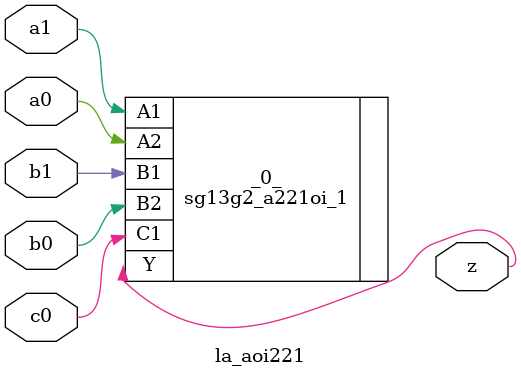
<source format=v>

/* Generated by Yosys 0.44 (git sha1 80ba43d26, g++ 11.4.0-1ubuntu1~22.04 -fPIC -O3) */

(* top =  1  *)
(* src = "generated" *)
module la_aoi221 (
    a0,
    a1,
    b0,
    b1,
    c0,
    z
);
  (* src = "generated" *)
  input a0;
  wire a0;
  (* src = "generated" *)
  input a1;
  wire a1;
  (* src = "generated" *)
  input b0;
  wire b0;
  (* src = "generated" *)
  input b1;
  wire b1;
  (* src = "generated" *)
  input c0;
  wire c0;
  (* src = "generated" *)
  output z;
  wire z;
  sg13g2_a221oi_1 _0_ (
      .A1(a1),
      .A2(a0),
      .B1(b1),
      .B2(b0),
      .C1(c0),
      .Y (z)
  );
endmodule

</source>
